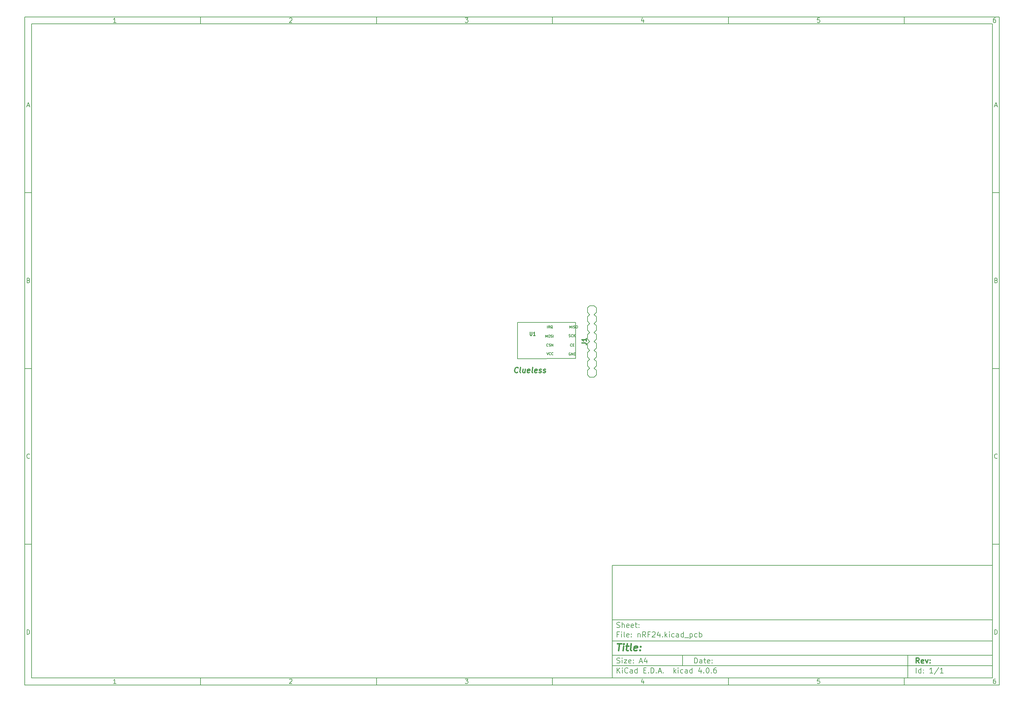
<source format=gto>
G04 #@! TF.FileFunction,Legend,Top*
%FSLAX46Y46*%
G04 Gerber Fmt 4.6, Leading zero omitted, Abs format (unit mm)*
G04 Created by KiCad (PCBNEW 4.0.6) date 06/21/17 09:44:36*
%MOMM*%
%LPD*%
G01*
G04 APERTURE LIST*
%ADD10C,0.100000*%
%ADD11C,0.150000*%
%ADD12C,0.300000*%
%ADD13C,0.400000*%
%ADD14C,0.203200*%
%ADD15C,0.317500*%
%ADD16C,0.225000*%
%ADD17C,0.175000*%
G04 APERTURE END LIST*
D10*
D11*
X177002200Y-166007200D02*
X177002200Y-198007200D01*
X285002200Y-198007200D01*
X285002200Y-166007200D01*
X177002200Y-166007200D01*
D10*
D11*
X10000000Y-10000000D02*
X10000000Y-200007200D01*
X287002200Y-200007200D01*
X287002200Y-10000000D01*
X10000000Y-10000000D01*
D10*
D11*
X12000000Y-12000000D02*
X12000000Y-198007200D01*
X285002200Y-198007200D01*
X285002200Y-12000000D01*
X12000000Y-12000000D01*
D10*
D11*
X60000000Y-12000000D02*
X60000000Y-10000000D01*
D10*
D11*
X110000000Y-12000000D02*
X110000000Y-10000000D01*
D10*
D11*
X160000000Y-12000000D02*
X160000000Y-10000000D01*
D10*
D11*
X210000000Y-12000000D02*
X210000000Y-10000000D01*
D10*
D11*
X260000000Y-12000000D02*
X260000000Y-10000000D01*
D10*
D11*
X35990476Y-11588095D02*
X35247619Y-11588095D01*
X35619048Y-11588095D02*
X35619048Y-10288095D01*
X35495238Y-10473810D01*
X35371429Y-10597619D01*
X35247619Y-10659524D01*
D10*
D11*
X85247619Y-10411905D02*
X85309524Y-10350000D01*
X85433333Y-10288095D01*
X85742857Y-10288095D01*
X85866667Y-10350000D01*
X85928571Y-10411905D01*
X85990476Y-10535714D01*
X85990476Y-10659524D01*
X85928571Y-10845238D01*
X85185714Y-11588095D01*
X85990476Y-11588095D01*
D10*
D11*
X135185714Y-10288095D02*
X135990476Y-10288095D01*
X135557143Y-10783333D01*
X135742857Y-10783333D01*
X135866667Y-10845238D01*
X135928571Y-10907143D01*
X135990476Y-11030952D01*
X135990476Y-11340476D01*
X135928571Y-11464286D01*
X135866667Y-11526190D01*
X135742857Y-11588095D01*
X135371429Y-11588095D01*
X135247619Y-11526190D01*
X135185714Y-11464286D01*
D10*
D11*
X185866667Y-10721429D02*
X185866667Y-11588095D01*
X185557143Y-10226190D02*
X185247619Y-11154762D01*
X186052381Y-11154762D01*
D10*
D11*
X235928571Y-10288095D02*
X235309524Y-10288095D01*
X235247619Y-10907143D01*
X235309524Y-10845238D01*
X235433333Y-10783333D01*
X235742857Y-10783333D01*
X235866667Y-10845238D01*
X235928571Y-10907143D01*
X235990476Y-11030952D01*
X235990476Y-11340476D01*
X235928571Y-11464286D01*
X235866667Y-11526190D01*
X235742857Y-11588095D01*
X235433333Y-11588095D01*
X235309524Y-11526190D01*
X235247619Y-11464286D01*
D10*
D11*
X285866667Y-10288095D02*
X285619048Y-10288095D01*
X285495238Y-10350000D01*
X285433333Y-10411905D01*
X285309524Y-10597619D01*
X285247619Y-10845238D01*
X285247619Y-11340476D01*
X285309524Y-11464286D01*
X285371429Y-11526190D01*
X285495238Y-11588095D01*
X285742857Y-11588095D01*
X285866667Y-11526190D01*
X285928571Y-11464286D01*
X285990476Y-11340476D01*
X285990476Y-11030952D01*
X285928571Y-10907143D01*
X285866667Y-10845238D01*
X285742857Y-10783333D01*
X285495238Y-10783333D01*
X285371429Y-10845238D01*
X285309524Y-10907143D01*
X285247619Y-11030952D01*
D10*
D11*
X60000000Y-198007200D02*
X60000000Y-200007200D01*
D10*
D11*
X110000000Y-198007200D02*
X110000000Y-200007200D01*
D10*
D11*
X160000000Y-198007200D02*
X160000000Y-200007200D01*
D10*
D11*
X210000000Y-198007200D02*
X210000000Y-200007200D01*
D10*
D11*
X260000000Y-198007200D02*
X260000000Y-200007200D01*
D10*
D11*
X35990476Y-199595295D02*
X35247619Y-199595295D01*
X35619048Y-199595295D02*
X35619048Y-198295295D01*
X35495238Y-198481010D01*
X35371429Y-198604819D01*
X35247619Y-198666724D01*
D10*
D11*
X85247619Y-198419105D02*
X85309524Y-198357200D01*
X85433333Y-198295295D01*
X85742857Y-198295295D01*
X85866667Y-198357200D01*
X85928571Y-198419105D01*
X85990476Y-198542914D01*
X85990476Y-198666724D01*
X85928571Y-198852438D01*
X85185714Y-199595295D01*
X85990476Y-199595295D01*
D10*
D11*
X135185714Y-198295295D02*
X135990476Y-198295295D01*
X135557143Y-198790533D01*
X135742857Y-198790533D01*
X135866667Y-198852438D01*
X135928571Y-198914343D01*
X135990476Y-199038152D01*
X135990476Y-199347676D01*
X135928571Y-199471486D01*
X135866667Y-199533390D01*
X135742857Y-199595295D01*
X135371429Y-199595295D01*
X135247619Y-199533390D01*
X135185714Y-199471486D01*
D10*
D11*
X185866667Y-198728629D02*
X185866667Y-199595295D01*
X185557143Y-198233390D02*
X185247619Y-199161962D01*
X186052381Y-199161962D01*
D10*
D11*
X235928571Y-198295295D02*
X235309524Y-198295295D01*
X235247619Y-198914343D01*
X235309524Y-198852438D01*
X235433333Y-198790533D01*
X235742857Y-198790533D01*
X235866667Y-198852438D01*
X235928571Y-198914343D01*
X235990476Y-199038152D01*
X235990476Y-199347676D01*
X235928571Y-199471486D01*
X235866667Y-199533390D01*
X235742857Y-199595295D01*
X235433333Y-199595295D01*
X235309524Y-199533390D01*
X235247619Y-199471486D01*
D10*
D11*
X285866667Y-198295295D02*
X285619048Y-198295295D01*
X285495238Y-198357200D01*
X285433333Y-198419105D01*
X285309524Y-198604819D01*
X285247619Y-198852438D01*
X285247619Y-199347676D01*
X285309524Y-199471486D01*
X285371429Y-199533390D01*
X285495238Y-199595295D01*
X285742857Y-199595295D01*
X285866667Y-199533390D01*
X285928571Y-199471486D01*
X285990476Y-199347676D01*
X285990476Y-199038152D01*
X285928571Y-198914343D01*
X285866667Y-198852438D01*
X285742857Y-198790533D01*
X285495238Y-198790533D01*
X285371429Y-198852438D01*
X285309524Y-198914343D01*
X285247619Y-199038152D01*
D10*
D11*
X10000000Y-60000000D02*
X12000000Y-60000000D01*
D10*
D11*
X10000000Y-110000000D02*
X12000000Y-110000000D01*
D10*
D11*
X10000000Y-160000000D02*
X12000000Y-160000000D01*
D10*
D11*
X10690476Y-35216667D02*
X11309524Y-35216667D01*
X10566667Y-35588095D02*
X11000000Y-34288095D01*
X11433333Y-35588095D01*
D10*
D11*
X11092857Y-84907143D02*
X11278571Y-84969048D01*
X11340476Y-85030952D01*
X11402381Y-85154762D01*
X11402381Y-85340476D01*
X11340476Y-85464286D01*
X11278571Y-85526190D01*
X11154762Y-85588095D01*
X10659524Y-85588095D01*
X10659524Y-84288095D01*
X11092857Y-84288095D01*
X11216667Y-84350000D01*
X11278571Y-84411905D01*
X11340476Y-84535714D01*
X11340476Y-84659524D01*
X11278571Y-84783333D01*
X11216667Y-84845238D01*
X11092857Y-84907143D01*
X10659524Y-84907143D01*
D10*
D11*
X11402381Y-135464286D02*
X11340476Y-135526190D01*
X11154762Y-135588095D01*
X11030952Y-135588095D01*
X10845238Y-135526190D01*
X10721429Y-135402381D01*
X10659524Y-135278571D01*
X10597619Y-135030952D01*
X10597619Y-134845238D01*
X10659524Y-134597619D01*
X10721429Y-134473810D01*
X10845238Y-134350000D01*
X11030952Y-134288095D01*
X11154762Y-134288095D01*
X11340476Y-134350000D01*
X11402381Y-134411905D01*
D10*
D11*
X10659524Y-185588095D02*
X10659524Y-184288095D01*
X10969048Y-184288095D01*
X11154762Y-184350000D01*
X11278571Y-184473810D01*
X11340476Y-184597619D01*
X11402381Y-184845238D01*
X11402381Y-185030952D01*
X11340476Y-185278571D01*
X11278571Y-185402381D01*
X11154762Y-185526190D01*
X10969048Y-185588095D01*
X10659524Y-185588095D01*
D10*
D11*
X287002200Y-60000000D02*
X285002200Y-60000000D01*
D10*
D11*
X287002200Y-110000000D02*
X285002200Y-110000000D01*
D10*
D11*
X287002200Y-160000000D02*
X285002200Y-160000000D01*
D10*
D11*
X285692676Y-35216667D02*
X286311724Y-35216667D01*
X285568867Y-35588095D02*
X286002200Y-34288095D01*
X286435533Y-35588095D01*
D10*
D11*
X286095057Y-84907143D02*
X286280771Y-84969048D01*
X286342676Y-85030952D01*
X286404581Y-85154762D01*
X286404581Y-85340476D01*
X286342676Y-85464286D01*
X286280771Y-85526190D01*
X286156962Y-85588095D01*
X285661724Y-85588095D01*
X285661724Y-84288095D01*
X286095057Y-84288095D01*
X286218867Y-84350000D01*
X286280771Y-84411905D01*
X286342676Y-84535714D01*
X286342676Y-84659524D01*
X286280771Y-84783333D01*
X286218867Y-84845238D01*
X286095057Y-84907143D01*
X285661724Y-84907143D01*
D10*
D11*
X286404581Y-135464286D02*
X286342676Y-135526190D01*
X286156962Y-135588095D01*
X286033152Y-135588095D01*
X285847438Y-135526190D01*
X285723629Y-135402381D01*
X285661724Y-135278571D01*
X285599819Y-135030952D01*
X285599819Y-134845238D01*
X285661724Y-134597619D01*
X285723629Y-134473810D01*
X285847438Y-134350000D01*
X286033152Y-134288095D01*
X286156962Y-134288095D01*
X286342676Y-134350000D01*
X286404581Y-134411905D01*
D10*
D11*
X285661724Y-185588095D02*
X285661724Y-184288095D01*
X285971248Y-184288095D01*
X286156962Y-184350000D01*
X286280771Y-184473810D01*
X286342676Y-184597619D01*
X286404581Y-184845238D01*
X286404581Y-185030952D01*
X286342676Y-185278571D01*
X286280771Y-185402381D01*
X286156962Y-185526190D01*
X285971248Y-185588095D01*
X285661724Y-185588095D01*
D10*
D11*
X200359343Y-193785771D02*
X200359343Y-192285771D01*
X200716486Y-192285771D01*
X200930771Y-192357200D01*
X201073629Y-192500057D01*
X201145057Y-192642914D01*
X201216486Y-192928629D01*
X201216486Y-193142914D01*
X201145057Y-193428629D01*
X201073629Y-193571486D01*
X200930771Y-193714343D01*
X200716486Y-193785771D01*
X200359343Y-193785771D01*
X202502200Y-193785771D02*
X202502200Y-193000057D01*
X202430771Y-192857200D01*
X202287914Y-192785771D01*
X202002200Y-192785771D01*
X201859343Y-192857200D01*
X202502200Y-193714343D02*
X202359343Y-193785771D01*
X202002200Y-193785771D01*
X201859343Y-193714343D01*
X201787914Y-193571486D01*
X201787914Y-193428629D01*
X201859343Y-193285771D01*
X202002200Y-193214343D01*
X202359343Y-193214343D01*
X202502200Y-193142914D01*
X203002200Y-192785771D02*
X203573629Y-192785771D01*
X203216486Y-192285771D02*
X203216486Y-193571486D01*
X203287914Y-193714343D01*
X203430772Y-193785771D01*
X203573629Y-193785771D01*
X204645057Y-193714343D02*
X204502200Y-193785771D01*
X204216486Y-193785771D01*
X204073629Y-193714343D01*
X204002200Y-193571486D01*
X204002200Y-193000057D01*
X204073629Y-192857200D01*
X204216486Y-192785771D01*
X204502200Y-192785771D01*
X204645057Y-192857200D01*
X204716486Y-193000057D01*
X204716486Y-193142914D01*
X204002200Y-193285771D01*
X205359343Y-193642914D02*
X205430771Y-193714343D01*
X205359343Y-193785771D01*
X205287914Y-193714343D01*
X205359343Y-193642914D01*
X205359343Y-193785771D01*
X205359343Y-192857200D02*
X205430771Y-192928629D01*
X205359343Y-193000057D01*
X205287914Y-192928629D01*
X205359343Y-192857200D01*
X205359343Y-193000057D01*
D10*
D11*
X177002200Y-194507200D02*
X285002200Y-194507200D01*
D10*
D11*
X178359343Y-196585771D02*
X178359343Y-195085771D01*
X179216486Y-196585771D02*
X178573629Y-195728629D01*
X179216486Y-195085771D02*
X178359343Y-195942914D01*
X179859343Y-196585771D02*
X179859343Y-195585771D01*
X179859343Y-195085771D02*
X179787914Y-195157200D01*
X179859343Y-195228629D01*
X179930771Y-195157200D01*
X179859343Y-195085771D01*
X179859343Y-195228629D01*
X181430772Y-196442914D02*
X181359343Y-196514343D01*
X181145057Y-196585771D01*
X181002200Y-196585771D01*
X180787915Y-196514343D01*
X180645057Y-196371486D01*
X180573629Y-196228629D01*
X180502200Y-195942914D01*
X180502200Y-195728629D01*
X180573629Y-195442914D01*
X180645057Y-195300057D01*
X180787915Y-195157200D01*
X181002200Y-195085771D01*
X181145057Y-195085771D01*
X181359343Y-195157200D01*
X181430772Y-195228629D01*
X182716486Y-196585771D02*
X182716486Y-195800057D01*
X182645057Y-195657200D01*
X182502200Y-195585771D01*
X182216486Y-195585771D01*
X182073629Y-195657200D01*
X182716486Y-196514343D02*
X182573629Y-196585771D01*
X182216486Y-196585771D01*
X182073629Y-196514343D01*
X182002200Y-196371486D01*
X182002200Y-196228629D01*
X182073629Y-196085771D01*
X182216486Y-196014343D01*
X182573629Y-196014343D01*
X182716486Y-195942914D01*
X184073629Y-196585771D02*
X184073629Y-195085771D01*
X184073629Y-196514343D02*
X183930772Y-196585771D01*
X183645058Y-196585771D01*
X183502200Y-196514343D01*
X183430772Y-196442914D01*
X183359343Y-196300057D01*
X183359343Y-195871486D01*
X183430772Y-195728629D01*
X183502200Y-195657200D01*
X183645058Y-195585771D01*
X183930772Y-195585771D01*
X184073629Y-195657200D01*
X185930772Y-195800057D02*
X186430772Y-195800057D01*
X186645058Y-196585771D02*
X185930772Y-196585771D01*
X185930772Y-195085771D01*
X186645058Y-195085771D01*
X187287915Y-196442914D02*
X187359343Y-196514343D01*
X187287915Y-196585771D01*
X187216486Y-196514343D01*
X187287915Y-196442914D01*
X187287915Y-196585771D01*
X188002201Y-196585771D02*
X188002201Y-195085771D01*
X188359344Y-195085771D01*
X188573629Y-195157200D01*
X188716487Y-195300057D01*
X188787915Y-195442914D01*
X188859344Y-195728629D01*
X188859344Y-195942914D01*
X188787915Y-196228629D01*
X188716487Y-196371486D01*
X188573629Y-196514343D01*
X188359344Y-196585771D01*
X188002201Y-196585771D01*
X189502201Y-196442914D02*
X189573629Y-196514343D01*
X189502201Y-196585771D01*
X189430772Y-196514343D01*
X189502201Y-196442914D01*
X189502201Y-196585771D01*
X190145058Y-196157200D02*
X190859344Y-196157200D01*
X190002201Y-196585771D02*
X190502201Y-195085771D01*
X191002201Y-196585771D01*
X191502201Y-196442914D02*
X191573629Y-196514343D01*
X191502201Y-196585771D01*
X191430772Y-196514343D01*
X191502201Y-196442914D01*
X191502201Y-196585771D01*
X194502201Y-196585771D02*
X194502201Y-195085771D01*
X194645058Y-196014343D02*
X195073629Y-196585771D01*
X195073629Y-195585771D02*
X194502201Y-196157200D01*
X195716487Y-196585771D02*
X195716487Y-195585771D01*
X195716487Y-195085771D02*
X195645058Y-195157200D01*
X195716487Y-195228629D01*
X195787915Y-195157200D01*
X195716487Y-195085771D01*
X195716487Y-195228629D01*
X197073630Y-196514343D02*
X196930773Y-196585771D01*
X196645059Y-196585771D01*
X196502201Y-196514343D01*
X196430773Y-196442914D01*
X196359344Y-196300057D01*
X196359344Y-195871486D01*
X196430773Y-195728629D01*
X196502201Y-195657200D01*
X196645059Y-195585771D01*
X196930773Y-195585771D01*
X197073630Y-195657200D01*
X198359344Y-196585771D02*
X198359344Y-195800057D01*
X198287915Y-195657200D01*
X198145058Y-195585771D01*
X197859344Y-195585771D01*
X197716487Y-195657200D01*
X198359344Y-196514343D02*
X198216487Y-196585771D01*
X197859344Y-196585771D01*
X197716487Y-196514343D01*
X197645058Y-196371486D01*
X197645058Y-196228629D01*
X197716487Y-196085771D01*
X197859344Y-196014343D01*
X198216487Y-196014343D01*
X198359344Y-195942914D01*
X199716487Y-196585771D02*
X199716487Y-195085771D01*
X199716487Y-196514343D02*
X199573630Y-196585771D01*
X199287916Y-196585771D01*
X199145058Y-196514343D01*
X199073630Y-196442914D01*
X199002201Y-196300057D01*
X199002201Y-195871486D01*
X199073630Y-195728629D01*
X199145058Y-195657200D01*
X199287916Y-195585771D01*
X199573630Y-195585771D01*
X199716487Y-195657200D01*
X202216487Y-195585771D02*
X202216487Y-196585771D01*
X201859344Y-195014343D02*
X201502201Y-196085771D01*
X202430773Y-196085771D01*
X203002201Y-196442914D02*
X203073629Y-196514343D01*
X203002201Y-196585771D01*
X202930772Y-196514343D01*
X203002201Y-196442914D01*
X203002201Y-196585771D01*
X204002201Y-195085771D02*
X204145058Y-195085771D01*
X204287915Y-195157200D01*
X204359344Y-195228629D01*
X204430773Y-195371486D01*
X204502201Y-195657200D01*
X204502201Y-196014343D01*
X204430773Y-196300057D01*
X204359344Y-196442914D01*
X204287915Y-196514343D01*
X204145058Y-196585771D01*
X204002201Y-196585771D01*
X203859344Y-196514343D01*
X203787915Y-196442914D01*
X203716487Y-196300057D01*
X203645058Y-196014343D01*
X203645058Y-195657200D01*
X203716487Y-195371486D01*
X203787915Y-195228629D01*
X203859344Y-195157200D01*
X204002201Y-195085771D01*
X205145058Y-196442914D02*
X205216486Y-196514343D01*
X205145058Y-196585771D01*
X205073629Y-196514343D01*
X205145058Y-196442914D01*
X205145058Y-196585771D01*
X206502201Y-195085771D02*
X206216487Y-195085771D01*
X206073630Y-195157200D01*
X206002201Y-195228629D01*
X205859344Y-195442914D01*
X205787915Y-195728629D01*
X205787915Y-196300057D01*
X205859344Y-196442914D01*
X205930772Y-196514343D01*
X206073630Y-196585771D01*
X206359344Y-196585771D01*
X206502201Y-196514343D01*
X206573630Y-196442914D01*
X206645058Y-196300057D01*
X206645058Y-195942914D01*
X206573630Y-195800057D01*
X206502201Y-195728629D01*
X206359344Y-195657200D01*
X206073630Y-195657200D01*
X205930772Y-195728629D01*
X205859344Y-195800057D01*
X205787915Y-195942914D01*
D10*
D11*
X177002200Y-191507200D02*
X285002200Y-191507200D01*
D10*
D12*
X264216486Y-193785771D02*
X263716486Y-193071486D01*
X263359343Y-193785771D02*
X263359343Y-192285771D01*
X263930771Y-192285771D01*
X264073629Y-192357200D01*
X264145057Y-192428629D01*
X264216486Y-192571486D01*
X264216486Y-192785771D01*
X264145057Y-192928629D01*
X264073629Y-193000057D01*
X263930771Y-193071486D01*
X263359343Y-193071486D01*
X265430771Y-193714343D02*
X265287914Y-193785771D01*
X265002200Y-193785771D01*
X264859343Y-193714343D01*
X264787914Y-193571486D01*
X264787914Y-193000057D01*
X264859343Y-192857200D01*
X265002200Y-192785771D01*
X265287914Y-192785771D01*
X265430771Y-192857200D01*
X265502200Y-193000057D01*
X265502200Y-193142914D01*
X264787914Y-193285771D01*
X266002200Y-192785771D02*
X266359343Y-193785771D01*
X266716485Y-192785771D01*
X267287914Y-193642914D02*
X267359342Y-193714343D01*
X267287914Y-193785771D01*
X267216485Y-193714343D01*
X267287914Y-193642914D01*
X267287914Y-193785771D01*
X267287914Y-192857200D02*
X267359342Y-192928629D01*
X267287914Y-193000057D01*
X267216485Y-192928629D01*
X267287914Y-192857200D01*
X267287914Y-193000057D01*
D10*
D11*
X178287914Y-193714343D02*
X178502200Y-193785771D01*
X178859343Y-193785771D01*
X179002200Y-193714343D01*
X179073629Y-193642914D01*
X179145057Y-193500057D01*
X179145057Y-193357200D01*
X179073629Y-193214343D01*
X179002200Y-193142914D01*
X178859343Y-193071486D01*
X178573629Y-193000057D01*
X178430771Y-192928629D01*
X178359343Y-192857200D01*
X178287914Y-192714343D01*
X178287914Y-192571486D01*
X178359343Y-192428629D01*
X178430771Y-192357200D01*
X178573629Y-192285771D01*
X178930771Y-192285771D01*
X179145057Y-192357200D01*
X179787914Y-193785771D02*
X179787914Y-192785771D01*
X179787914Y-192285771D02*
X179716485Y-192357200D01*
X179787914Y-192428629D01*
X179859342Y-192357200D01*
X179787914Y-192285771D01*
X179787914Y-192428629D01*
X180359343Y-192785771D02*
X181145057Y-192785771D01*
X180359343Y-193785771D01*
X181145057Y-193785771D01*
X182287914Y-193714343D02*
X182145057Y-193785771D01*
X181859343Y-193785771D01*
X181716486Y-193714343D01*
X181645057Y-193571486D01*
X181645057Y-193000057D01*
X181716486Y-192857200D01*
X181859343Y-192785771D01*
X182145057Y-192785771D01*
X182287914Y-192857200D01*
X182359343Y-193000057D01*
X182359343Y-193142914D01*
X181645057Y-193285771D01*
X183002200Y-193642914D02*
X183073628Y-193714343D01*
X183002200Y-193785771D01*
X182930771Y-193714343D01*
X183002200Y-193642914D01*
X183002200Y-193785771D01*
X183002200Y-192857200D02*
X183073628Y-192928629D01*
X183002200Y-193000057D01*
X182930771Y-192928629D01*
X183002200Y-192857200D01*
X183002200Y-193000057D01*
X184787914Y-193357200D02*
X185502200Y-193357200D01*
X184645057Y-193785771D02*
X185145057Y-192285771D01*
X185645057Y-193785771D01*
X186787914Y-192785771D02*
X186787914Y-193785771D01*
X186430771Y-192214343D02*
X186073628Y-193285771D01*
X187002200Y-193285771D01*
D10*
D11*
X263359343Y-196585771D02*
X263359343Y-195085771D01*
X264716486Y-196585771D02*
X264716486Y-195085771D01*
X264716486Y-196514343D02*
X264573629Y-196585771D01*
X264287915Y-196585771D01*
X264145057Y-196514343D01*
X264073629Y-196442914D01*
X264002200Y-196300057D01*
X264002200Y-195871486D01*
X264073629Y-195728629D01*
X264145057Y-195657200D01*
X264287915Y-195585771D01*
X264573629Y-195585771D01*
X264716486Y-195657200D01*
X265430772Y-196442914D02*
X265502200Y-196514343D01*
X265430772Y-196585771D01*
X265359343Y-196514343D01*
X265430772Y-196442914D01*
X265430772Y-196585771D01*
X265430772Y-195657200D02*
X265502200Y-195728629D01*
X265430772Y-195800057D01*
X265359343Y-195728629D01*
X265430772Y-195657200D01*
X265430772Y-195800057D01*
X268073629Y-196585771D02*
X267216486Y-196585771D01*
X267645058Y-196585771D02*
X267645058Y-195085771D01*
X267502201Y-195300057D01*
X267359343Y-195442914D01*
X267216486Y-195514343D01*
X269787914Y-195014343D02*
X268502200Y-196942914D01*
X271073629Y-196585771D02*
X270216486Y-196585771D01*
X270645058Y-196585771D02*
X270645058Y-195085771D01*
X270502201Y-195300057D01*
X270359343Y-195442914D01*
X270216486Y-195514343D01*
D10*
D11*
X177002200Y-187507200D02*
X285002200Y-187507200D01*
D10*
D13*
X178454581Y-188211962D02*
X179597438Y-188211962D01*
X178776010Y-190211962D02*
X179026010Y-188211962D01*
X180014105Y-190211962D02*
X180180771Y-188878629D01*
X180264105Y-188211962D02*
X180156962Y-188307200D01*
X180240295Y-188402438D01*
X180347439Y-188307200D01*
X180264105Y-188211962D01*
X180240295Y-188402438D01*
X180847438Y-188878629D02*
X181609343Y-188878629D01*
X181216486Y-188211962D02*
X181002200Y-189926248D01*
X181073630Y-190116724D01*
X181252201Y-190211962D01*
X181442677Y-190211962D01*
X182395058Y-190211962D02*
X182216487Y-190116724D01*
X182145057Y-189926248D01*
X182359343Y-188211962D01*
X183930772Y-190116724D02*
X183728391Y-190211962D01*
X183347439Y-190211962D01*
X183168867Y-190116724D01*
X183097438Y-189926248D01*
X183192676Y-189164343D01*
X183311724Y-188973867D01*
X183514105Y-188878629D01*
X183895057Y-188878629D01*
X184073629Y-188973867D01*
X184145057Y-189164343D01*
X184121248Y-189354819D01*
X183145057Y-189545295D01*
X184895057Y-190021486D02*
X184978392Y-190116724D01*
X184871248Y-190211962D01*
X184787915Y-190116724D01*
X184895057Y-190021486D01*
X184871248Y-190211962D01*
X185026010Y-188973867D02*
X185109344Y-189069105D01*
X185002200Y-189164343D01*
X184918867Y-189069105D01*
X185026010Y-188973867D01*
X185002200Y-189164343D01*
D10*
D11*
X178859343Y-185600057D02*
X178359343Y-185600057D01*
X178359343Y-186385771D02*
X178359343Y-184885771D01*
X179073629Y-184885771D01*
X179645057Y-186385771D02*
X179645057Y-185385771D01*
X179645057Y-184885771D02*
X179573628Y-184957200D01*
X179645057Y-185028629D01*
X179716485Y-184957200D01*
X179645057Y-184885771D01*
X179645057Y-185028629D01*
X180573629Y-186385771D02*
X180430771Y-186314343D01*
X180359343Y-186171486D01*
X180359343Y-184885771D01*
X181716485Y-186314343D02*
X181573628Y-186385771D01*
X181287914Y-186385771D01*
X181145057Y-186314343D01*
X181073628Y-186171486D01*
X181073628Y-185600057D01*
X181145057Y-185457200D01*
X181287914Y-185385771D01*
X181573628Y-185385771D01*
X181716485Y-185457200D01*
X181787914Y-185600057D01*
X181787914Y-185742914D01*
X181073628Y-185885771D01*
X182430771Y-186242914D02*
X182502199Y-186314343D01*
X182430771Y-186385771D01*
X182359342Y-186314343D01*
X182430771Y-186242914D01*
X182430771Y-186385771D01*
X182430771Y-185457200D02*
X182502199Y-185528629D01*
X182430771Y-185600057D01*
X182359342Y-185528629D01*
X182430771Y-185457200D01*
X182430771Y-185600057D01*
X184287914Y-185385771D02*
X184287914Y-186385771D01*
X184287914Y-185528629D02*
X184359342Y-185457200D01*
X184502200Y-185385771D01*
X184716485Y-185385771D01*
X184859342Y-185457200D01*
X184930771Y-185600057D01*
X184930771Y-186385771D01*
X186502200Y-186385771D02*
X186002200Y-185671486D01*
X185645057Y-186385771D02*
X185645057Y-184885771D01*
X186216485Y-184885771D01*
X186359343Y-184957200D01*
X186430771Y-185028629D01*
X186502200Y-185171486D01*
X186502200Y-185385771D01*
X186430771Y-185528629D01*
X186359343Y-185600057D01*
X186216485Y-185671486D01*
X185645057Y-185671486D01*
X187645057Y-185600057D02*
X187145057Y-185600057D01*
X187145057Y-186385771D02*
X187145057Y-184885771D01*
X187859343Y-184885771D01*
X188359342Y-185028629D02*
X188430771Y-184957200D01*
X188573628Y-184885771D01*
X188930771Y-184885771D01*
X189073628Y-184957200D01*
X189145057Y-185028629D01*
X189216485Y-185171486D01*
X189216485Y-185314343D01*
X189145057Y-185528629D01*
X188287914Y-186385771D01*
X189216485Y-186385771D01*
X190502199Y-185385771D02*
X190502199Y-186385771D01*
X190145056Y-184814343D02*
X189787913Y-185885771D01*
X190716485Y-185885771D01*
X191287913Y-186242914D02*
X191359341Y-186314343D01*
X191287913Y-186385771D01*
X191216484Y-186314343D01*
X191287913Y-186242914D01*
X191287913Y-186385771D01*
X192002199Y-186385771D02*
X192002199Y-184885771D01*
X192145056Y-185814343D02*
X192573627Y-186385771D01*
X192573627Y-185385771D02*
X192002199Y-185957200D01*
X193216485Y-186385771D02*
X193216485Y-185385771D01*
X193216485Y-184885771D02*
X193145056Y-184957200D01*
X193216485Y-185028629D01*
X193287913Y-184957200D01*
X193216485Y-184885771D01*
X193216485Y-185028629D01*
X194573628Y-186314343D02*
X194430771Y-186385771D01*
X194145057Y-186385771D01*
X194002199Y-186314343D01*
X193930771Y-186242914D01*
X193859342Y-186100057D01*
X193859342Y-185671486D01*
X193930771Y-185528629D01*
X194002199Y-185457200D01*
X194145057Y-185385771D01*
X194430771Y-185385771D01*
X194573628Y-185457200D01*
X195859342Y-186385771D02*
X195859342Y-185600057D01*
X195787913Y-185457200D01*
X195645056Y-185385771D01*
X195359342Y-185385771D01*
X195216485Y-185457200D01*
X195859342Y-186314343D02*
X195716485Y-186385771D01*
X195359342Y-186385771D01*
X195216485Y-186314343D01*
X195145056Y-186171486D01*
X195145056Y-186028629D01*
X195216485Y-185885771D01*
X195359342Y-185814343D01*
X195716485Y-185814343D01*
X195859342Y-185742914D01*
X197216485Y-186385771D02*
X197216485Y-184885771D01*
X197216485Y-186314343D02*
X197073628Y-186385771D01*
X196787914Y-186385771D01*
X196645056Y-186314343D01*
X196573628Y-186242914D01*
X196502199Y-186100057D01*
X196502199Y-185671486D01*
X196573628Y-185528629D01*
X196645056Y-185457200D01*
X196787914Y-185385771D01*
X197073628Y-185385771D01*
X197216485Y-185457200D01*
X197573628Y-186528629D02*
X198716485Y-186528629D01*
X199073628Y-185385771D02*
X199073628Y-186885771D01*
X199073628Y-185457200D02*
X199216485Y-185385771D01*
X199502199Y-185385771D01*
X199645056Y-185457200D01*
X199716485Y-185528629D01*
X199787914Y-185671486D01*
X199787914Y-186100057D01*
X199716485Y-186242914D01*
X199645056Y-186314343D01*
X199502199Y-186385771D01*
X199216485Y-186385771D01*
X199073628Y-186314343D01*
X201073628Y-186314343D02*
X200930771Y-186385771D01*
X200645057Y-186385771D01*
X200502199Y-186314343D01*
X200430771Y-186242914D01*
X200359342Y-186100057D01*
X200359342Y-185671486D01*
X200430771Y-185528629D01*
X200502199Y-185457200D01*
X200645057Y-185385771D01*
X200930771Y-185385771D01*
X201073628Y-185457200D01*
X201716485Y-186385771D02*
X201716485Y-184885771D01*
X201716485Y-185457200D02*
X201859342Y-185385771D01*
X202145056Y-185385771D01*
X202287913Y-185457200D01*
X202359342Y-185528629D01*
X202430771Y-185671486D01*
X202430771Y-186100057D01*
X202359342Y-186242914D01*
X202287913Y-186314343D01*
X202145056Y-186385771D01*
X201859342Y-186385771D01*
X201716485Y-186314343D01*
D10*
D11*
X177002200Y-181507200D02*
X285002200Y-181507200D01*
D10*
D11*
X178287914Y-183614343D02*
X178502200Y-183685771D01*
X178859343Y-183685771D01*
X179002200Y-183614343D01*
X179073629Y-183542914D01*
X179145057Y-183400057D01*
X179145057Y-183257200D01*
X179073629Y-183114343D01*
X179002200Y-183042914D01*
X178859343Y-182971486D01*
X178573629Y-182900057D01*
X178430771Y-182828629D01*
X178359343Y-182757200D01*
X178287914Y-182614343D01*
X178287914Y-182471486D01*
X178359343Y-182328629D01*
X178430771Y-182257200D01*
X178573629Y-182185771D01*
X178930771Y-182185771D01*
X179145057Y-182257200D01*
X179787914Y-183685771D02*
X179787914Y-182185771D01*
X180430771Y-183685771D02*
X180430771Y-182900057D01*
X180359342Y-182757200D01*
X180216485Y-182685771D01*
X180002200Y-182685771D01*
X179859342Y-182757200D01*
X179787914Y-182828629D01*
X181716485Y-183614343D02*
X181573628Y-183685771D01*
X181287914Y-183685771D01*
X181145057Y-183614343D01*
X181073628Y-183471486D01*
X181073628Y-182900057D01*
X181145057Y-182757200D01*
X181287914Y-182685771D01*
X181573628Y-182685771D01*
X181716485Y-182757200D01*
X181787914Y-182900057D01*
X181787914Y-183042914D01*
X181073628Y-183185771D01*
X183002199Y-183614343D02*
X182859342Y-183685771D01*
X182573628Y-183685771D01*
X182430771Y-183614343D01*
X182359342Y-183471486D01*
X182359342Y-182900057D01*
X182430771Y-182757200D01*
X182573628Y-182685771D01*
X182859342Y-182685771D01*
X183002199Y-182757200D01*
X183073628Y-182900057D01*
X183073628Y-183042914D01*
X182359342Y-183185771D01*
X183502199Y-182685771D02*
X184073628Y-182685771D01*
X183716485Y-182185771D02*
X183716485Y-183471486D01*
X183787913Y-183614343D01*
X183930771Y-183685771D01*
X184073628Y-183685771D01*
X184573628Y-183542914D02*
X184645056Y-183614343D01*
X184573628Y-183685771D01*
X184502199Y-183614343D01*
X184573628Y-183542914D01*
X184573628Y-183685771D01*
X184573628Y-182757200D02*
X184645056Y-182828629D01*
X184573628Y-182900057D01*
X184502199Y-182828629D01*
X184573628Y-182757200D01*
X184573628Y-182900057D01*
D10*
D11*
X197002200Y-191507200D02*
X197002200Y-194507200D01*
D10*
D11*
X261002200Y-191507200D02*
X261002200Y-198007200D01*
D12*
X150103037Y-111025714D02*
X150022679Y-111097143D01*
X149799465Y-111168571D01*
X149656608Y-111168571D01*
X149451251Y-111097143D01*
X149326250Y-110954286D01*
X149272679Y-110811429D01*
X149236965Y-110525714D01*
X149263750Y-110311429D01*
X149370894Y-110025714D01*
X149460179Y-109882857D01*
X149620894Y-109740000D01*
X149844108Y-109668571D01*
X149986965Y-109668571D01*
X150192322Y-109740000D01*
X150254822Y-109811429D01*
X150942323Y-111168571D02*
X150808393Y-111097143D01*
X150754822Y-110954286D01*
X150915537Y-109668571D01*
X152281608Y-110168571D02*
X152156608Y-111168571D01*
X151638751Y-110168571D02*
X151540536Y-110954286D01*
X151594107Y-111097143D01*
X151728037Y-111168571D01*
X151942322Y-111168571D01*
X152094107Y-111097143D01*
X152174465Y-111025714D01*
X153451250Y-111097143D02*
X153299465Y-111168571D01*
X153013751Y-111168571D01*
X152879822Y-111097143D01*
X152826250Y-110954286D01*
X152897679Y-110382857D01*
X152986965Y-110240000D01*
X153138751Y-110168571D01*
X153424465Y-110168571D01*
X153558393Y-110240000D01*
X153611965Y-110382857D01*
X153594108Y-110525714D01*
X152861965Y-110668571D01*
X154370894Y-111168571D02*
X154236964Y-111097143D01*
X154183393Y-110954286D01*
X154344108Y-109668571D01*
X155522678Y-111097143D02*
X155370893Y-111168571D01*
X155085179Y-111168571D01*
X154951250Y-111097143D01*
X154897678Y-110954286D01*
X154969107Y-110382857D01*
X155058393Y-110240000D01*
X155210179Y-110168571D01*
X155495893Y-110168571D01*
X155629821Y-110240000D01*
X155683393Y-110382857D01*
X155665536Y-110525714D01*
X154933393Y-110668571D01*
X156165535Y-111097143D02*
X156299464Y-111168571D01*
X156585179Y-111168571D01*
X156736964Y-111097143D01*
X156826249Y-110954286D01*
X156835178Y-110882857D01*
X156781607Y-110740000D01*
X156647679Y-110668571D01*
X156433393Y-110668571D01*
X156299464Y-110597143D01*
X156245892Y-110454286D01*
X156254821Y-110382857D01*
X156344107Y-110240000D01*
X156495893Y-110168571D01*
X156710179Y-110168571D01*
X156844107Y-110240000D01*
X157379821Y-111097143D02*
X157513750Y-111168571D01*
X157799465Y-111168571D01*
X157951250Y-111097143D01*
X158040535Y-110954286D01*
X158049464Y-110882857D01*
X157995893Y-110740000D01*
X157861965Y-110668571D01*
X157647679Y-110668571D01*
X157513750Y-110597143D01*
X157460178Y-110454286D01*
X157469107Y-110382857D01*
X157558393Y-110240000D01*
X157710179Y-110168571D01*
X157924465Y-110168571D01*
X158058393Y-110240000D01*
D14*
X169940000Y-96590000D02*
X169940000Y-95320000D01*
X169940000Y-95320000D02*
X170575000Y-94685000D01*
X171845000Y-94685000D02*
X172480000Y-95320000D01*
X170575000Y-99765000D02*
X169940000Y-99130000D01*
X169940000Y-99130000D02*
X169940000Y-97860000D01*
X169940000Y-97860000D02*
X170575000Y-97225000D01*
X171845000Y-97225000D02*
X172480000Y-97860000D01*
X172480000Y-97860000D02*
X172480000Y-99130000D01*
X172480000Y-99130000D02*
X171845000Y-99765000D01*
X169940000Y-96590000D02*
X170575000Y-97225000D01*
X171845000Y-97225000D02*
X172480000Y-96590000D01*
X172480000Y-95320000D02*
X172480000Y-96590000D01*
X169940000Y-104210000D02*
X169940000Y-102940000D01*
X169940000Y-102940000D02*
X170575000Y-102305000D01*
X171845000Y-102305000D02*
X172480000Y-102940000D01*
X170575000Y-102305000D02*
X169940000Y-101670000D01*
X169940000Y-101670000D02*
X169940000Y-100400000D01*
X169940000Y-100400000D02*
X170575000Y-99765000D01*
X171845000Y-99765000D02*
X172480000Y-100400000D01*
X172480000Y-100400000D02*
X172480000Y-101670000D01*
X172480000Y-101670000D02*
X171845000Y-102305000D01*
X170575000Y-107385000D02*
X169940000Y-106750000D01*
X169940000Y-106750000D02*
X169940000Y-105480000D01*
X169940000Y-105480000D02*
X170575000Y-104845000D01*
X171845000Y-104845000D02*
X172480000Y-105480000D01*
X172480000Y-105480000D02*
X172480000Y-106750000D01*
X172480000Y-106750000D02*
X171845000Y-107385000D01*
X169940000Y-104210000D02*
X170575000Y-104845000D01*
X171845000Y-104845000D02*
X172480000Y-104210000D01*
X172480000Y-102940000D02*
X172480000Y-104210000D01*
X169940000Y-111830000D02*
X169940000Y-110560000D01*
X169940000Y-110560000D02*
X170575000Y-109925000D01*
X171845000Y-109925000D02*
X172480000Y-110560000D01*
X170575000Y-109925000D02*
X169940000Y-109290000D01*
X169940000Y-109290000D02*
X169940000Y-108020000D01*
X169940000Y-108020000D02*
X170575000Y-107385000D01*
X171845000Y-107385000D02*
X172480000Y-108020000D01*
X172480000Y-108020000D02*
X172480000Y-109290000D01*
X172480000Y-109290000D02*
X171845000Y-109925000D01*
X170575000Y-112465000D02*
X171845000Y-112465000D01*
X169940000Y-111830000D02*
X170575000Y-112465000D01*
X171845000Y-112465000D02*
X172480000Y-111830000D01*
X172480000Y-110560000D02*
X172480000Y-111830000D01*
X169940000Y-94050000D02*
X169940000Y-92780000D01*
X169940000Y-92780000D02*
X170575000Y-92145000D01*
X170575000Y-92145000D02*
X171845000Y-92145000D01*
X171845000Y-92145000D02*
X172480000Y-92780000D01*
X169940000Y-94050000D02*
X170575000Y-94685000D01*
X171845000Y-94685000D02*
X172480000Y-94050000D01*
X172480000Y-92780000D02*
X172480000Y-94050000D01*
D11*
X166578300Y-107142440D02*
X166606240Y-106695400D01*
X150055600Y-107175460D02*
X166578300Y-107142440D01*
X166575760Y-96891000D02*
X166585920Y-106878280D01*
X150058140Y-96896080D02*
X166575760Y-96891000D01*
X150068300Y-107170380D02*
X150058140Y-96896080D01*
D15*
X168384524Y-102738333D02*
X169291667Y-102738333D01*
X169473095Y-102798809D01*
X169594048Y-102919761D01*
X169654524Y-103101190D01*
X169654524Y-103222142D01*
X169654524Y-101468333D02*
X169654524Y-102194047D01*
X169654524Y-101831190D02*
X168384524Y-101831190D01*
X168565952Y-101952142D01*
X168686905Y-102073095D01*
X168747381Y-102194047D01*
D16*
X153611686Y-99574261D02*
X153611686Y-100383785D01*
X153654543Y-100479023D01*
X153697400Y-100526642D01*
X153783114Y-100574261D01*
X153954543Y-100574261D01*
X154040257Y-100526642D01*
X154083114Y-100479023D01*
X154125971Y-100383785D01*
X154125971Y-99574261D01*
X155025971Y-100574261D02*
X154511686Y-100574261D01*
X154768828Y-100574261D02*
X154768828Y-99574261D01*
X154683114Y-99717118D01*
X154597400Y-99812356D01*
X154511686Y-99859975D01*
D17*
X158366667Y-105431667D02*
X158600000Y-106131667D01*
X158833333Y-105431667D01*
X159466667Y-106065000D02*
X159433333Y-106098333D01*
X159333333Y-106131667D01*
X159266667Y-106131667D01*
X159166667Y-106098333D01*
X159100000Y-106031667D01*
X159066667Y-105965000D01*
X159033333Y-105831667D01*
X159033333Y-105731667D01*
X159066667Y-105598333D01*
X159100000Y-105531667D01*
X159166667Y-105465000D01*
X159266667Y-105431667D01*
X159333333Y-105431667D01*
X159433333Y-105465000D01*
X159466667Y-105498333D01*
X160166667Y-106065000D02*
X160133333Y-106098333D01*
X160033333Y-106131667D01*
X159966667Y-106131667D01*
X159866667Y-106098333D01*
X159800000Y-106031667D01*
X159766667Y-105965000D01*
X159733333Y-105831667D01*
X159733333Y-105731667D01*
X159766667Y-105598333D01*
X159800000Y-105531667D01*
X159866667Y-105465000D01*
X159966667Y-105431667D01*
X160033333Y-105431667D01*
X160133333Y-105465000D01*
X160166667Y-105498333D01*
X158756667Y-103605000D02*
X158723333Y-103638333D01*
X158623333Y-103671667D01*
X158556667Y-103671667D01*
X158456667Y-103638333D01*
X158390000Y-103571667D01*
X158356667Y-103505000D01*
X158323333Y-103371667D01*
X158323333Y-103271667D01*
X158356667Y-103138333D01*
X158390000Y-103071667D01*
X158456667Y-103005000D01*
X158556667Y-102971667D01*
X158623333Y-102971667D01*
X158723333Y-103005000D01*
X158756667Y-103038333D01*
X159023333Y-103638333D02*
X159123333Y-103671667D01*
X159290000Y-103671667D01*
X159356667Y-103638333D01*
X159390000Y-103605000D01*
X159423333Y-103538333D01*
X159423333Y-103471667D01*
X159390000Y-103405000D01*
X159356667Y-103371667D01*
X159290000Y-103338333D01*
X159156667Y-103305000D01*
X159090000Y-103271667D01*
X159056667Y-103238333D01*
X159023333Y-103171667D01*
X159023333Y-103105000D01*
X159056667Y-103038333D01*
X159090000Y-103005000D01*
X159156667Y-102971667D01*
X159323333Y-102971667D01*
X159423333Y-103005000D01*
X159723334Y-103671667D02*
X159723334Y-102971667D01*
X160123334Y-103671667D01*
X160123334Y-102971667D01*
X158050001Y-101121667D02*
X158050001Y-100421667D01*
X158283334Y-100921667D01*
X158516667Y-100421667D01*
X158516667Y-101121667D01*
X158983334Y-100421667D02*
X159116667Y-100421667D01*
X159183334Y-100455000D01*
X159250001Y-100521667D01*
X159283334Y-100655000D01*
X159283334Y-100888333D01*
X159250001Y-101021667D01*
X159183334Y-101088333D01*
X159116667Y-101121667D01*
X158983334Y-101121667D01*
X158916667Y-101088333D01*
X158850001Y-101021667D01*
X158816667Y-100888333D01*
X158816667Y-100655000D01*
X158850001Y-100521667D01*
X158916667Y-100455000D01*
X158983334Y-100421667D01*
X159550000Y-101088333D02*
X159650000Y-101121667D01*
X159816667Y-101121667D01*
X159883334Y-101088333D01*
X159916667Y-101055000D01*
X159950000Y-100988333D01*
X159950000Y-100921667D01*
X159916667Y-100855000D01*
X159883334Y-100821667D01*
X159816667Y-100788333D01*
X159683334Y-100755000D01*
X159616667Y-100721667D01*
X159583334Y-100688333D01*
X159550000Y-100621667D01*
X159550000Y-100555000D01*
X159583334Y-100488333D01*
X159616667Y-100455000D01*
X159683334Y-100421667D01*
X159850000Y-100421667D01*
X159950000Y-100455000D01*
X160250001Y-101121667D02*
X160250001Y-100421667D01*
X158523334Y-98501667D02*
X158523334Y-97801667D01*
X159256667Y-98501667D02*
X159023333Y-98168333D01*
X158856667Y-98501667D02*
X158856667Y-97801667D01*
X159123333Y-97801667D01*
X159190000Y-97835000D01*
X159223333Y-97868333D01*
X159256667Y-97935000D01*
X159256667Y-98035000D01*
X159223333Y-98101667D01*
X159190000Y-98135000D01*
X159123333Y-98168333D01*
X158856667Y-98168333D01*
X160023333Y-98568333D02*
X159956667Y-98535000D01*
X159890000Y-98468333D01*
X159790000Y-98368333D01*
X159723333Y-98335000D01*
X159656667Y-98335000D01*
X159690000Y-98501667D02*
X159623333Y-98468333D01*
X159556667Y-98401667D01*
X159523333Y-98268333D01*
X159523333Y-98035000D01*
X159556667Y-97901667D01*
X159623333Y-97835000D01*
X159690000Y-97801667D01*
X159823333Y-97801667D01*
X159890000Y-97835000D01*
X159956667Y-97901667D01*
X159990000Y-98035000D01*
X159990000Y-98268333D01*
X159956667Y-98401667D01*
X159890000Y-98468333D01*
X159823333Y-98501667D01*
X159690000Y-98501667D01*
X164890001Y-98501667D02*
X164890001Y-97801667D01*
X165123334Y-98301667D01*
X165356667Y-97801667D01*
X165356667Y-98501667D01*
X165690001Y-98501667D02*
X165690001Y-97801667D01*
X165990000Y-98468333D02*
X166090000Y-98501667D01*
X166256667Y-98501667D01*
X166323334Y-98468333D01*
X166356667Y-98435000D01*
X166390000Y-98368333D01*
X166390000Y-98301667D01*
X166356667Y-98235000D01*
X166323334Y-98201667D01*
X166256667Y-98168333D01*
X166123334Y-98135000D01*
X166056667Y-98101667D01*
X166023334Y-98068333D01*
X165990000Y-98001667D01*
X165990000Y-97935000D01*
X166023334Y-97868333D01*
X166056667Y-97835000D01*
X166123334Y-97801667D01*
X166290000Y-97801667D01*
X166390000Y-97835000D01*
X166823334Y-97801667D02*
X166956667Y-97801667D01*
X167023334Y-97835000D01*
X167090001Y-97901667D01*
X167123334Y-98035000D01*
X167123334Y-98268333D01*
X167090001Y-98401667D01*
X167023334Y-98468333D01*
X166956667Y-98501667D01*
X166823334Y-98501667D01*
X166756667Y-98468333D01*
X166690001Y-98401667D01*
X166656667Y-98268333D01*
X166656667Y-98035000D01*
X166690001Y-97901667D01*
X166756667Y-97835000D01*
X166823334Y-97801667D01*
X164670000Y-100978333D02*
X164770000Y-101011667D01*
X164936667Y-101011667D01*
X165003334Y-100978333D01*
X165036667Y-100945000D01*
X165070000Y-100878333D01*
X165070000Y-100811667D01*
X165036667Y-100745000D01*
X165003334Y-100711667D01*
X164936667Y-100678333D01*
X164803334Y-100645000D01*
X164736667Y-100611667D01*
X164703334Y-100578333D01*
X164670000Y-100511667D01*
X164670000Y-100445000D01*
X164703334Y-100378333D01*
X164736667Y-100345000D01*
X164803334Y-100311667D01*
X164970000Y-100311667D01*
X165070000Y-100345000D01*
X165770001Y-100945000D02*
X165736667Y-100978333D01*
X165636667Y-101011667D01*
X165570001Y-101011667D01*
X165470001Y-100978333D01*
X165403334Y-100911667D01*
X165370001Y-100845000D01*
X165336667Y-100711667D01*
X165336667Y-100611667D01*
X165370001Y-100478333D01*
X165403334Y-100411667D01*
X165470001Y-100345000D01*
X165570001Y-100311667D01*
X165636667Y-100311667D01*
X165736667Y-100345000D01*
X165770001Y-100378333D01*
X166070001Y-101011667D02*
X166070001Y-100311667D01*
X166470001Y-101011667D02*
X166170001Y-100611667D01*
X166470001Y-100311667D02*
X166070001Y-100711667D01*
X165520001Y-103625000D02*
X165486667Y-103658333D01*
X165386667Y-103691667D01*
X165320001Y-103691667D01*
X165220001Y-103658333D01*
X165153334Y-103591667D01*
X165120001Y-103525000D01*
X165086667Y-103391667D01*
X165086667Y-103291667D01*
X165120001Y-103158333D01*
X165153334Y-103091667D01*
X165220001Y-103025000D01*
X165320001Y-102991667D01*
X165386667Y-102991667D01*
X165486667Y-103025000D01*
X165520001Y-103058333D01*
X165820001Y-103325000D02*
X166053334Y-103325000D01*
X166153334Y-103691667D02*
X165820001Y-103691667D01*
X165820001Y-102991667D01*
X166153334Y-102991667D01*
X165066667Y-105555000D02*
X165000001Y-105521667D01*
X164900001Y-105521667D01*
X164800001Y-105555000D01*
X164733334Y-105621667D01*
X164700001Y-105688333D01*
X164666667Y-105821667D01*
X164666667Y-105921667D01*
X164700001Y-106055000D01*
X164733334Y-106121667D01*
X164800001Y-106188333D01*
X164900001Y-106221667D01*
X164966667Y-106221667D01*
X165066667Y-106188333D01*
X165100001Y-106155000D01*
X165100001Y-105921667D01*
X164966667Y-105921667D01*
X165400001Y-106221667D02*
X165400001Y-105521667D01*
X165800001Y-106221667D01*
X165800001Y-105521667D01*
X166133334Y-106221667D02*
X166133334Y-105521667D01*
X166300000Y-105521667D01*
X166400000Y-105555000D01*
X166466667Y-105621667D01*
X166500000Y-105688333D01*
X166533334Y-105821667D01*
X166533334Y-105921667D01*
X166500000Y-106055000D01*
X166466667Y-106121667D01*
X166400000Y-106188333D01*
X166300000Y-106221667D01*
X166133334Y-106221667D01*
M02*

</source>
